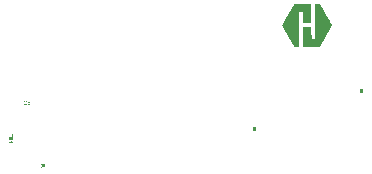
<source format=gbr>
%FSTAX23Y23*%
%MOIN*%
%SFA1B1*%

%IPPOS*%
%ADD10C,0.006000*%
%ADD11C,0.007874*%
%ADD12C,0.003937*%
%ADD13C,0.009843*%
%ADD14C,0.004724*%
%ADD15C,0.005000*%
%ADD16C,0.003150*%
%ADD17C,0.010000*%
%ADD18C,0.002500*%
%ADD19C,0.003000*%
G36*
X00613Y00497D02*
Y00497D01*
Y00496*
Y00495*
Y00495*
Y00494*
Y00494*
Y00493*
Y00492*
Y00492*
Y00491*
Y00491*
Y0049*
Y00489*
Y00489*
Y00488*
Y00488*
Y00487*
Y00486*
Y00486*
Y00485*
Y00485*
Y00484*
Y00483*
Y00483*
Y00482*
Y00482*
Y00481*
Y0048*
Y0048*
Y00479*
Y00479*
Y00478*
Y00477*
Y00477*
Y00476*
Y00476*
Y00475*
Y00474*
Y00474*
Y00473*
Y00473*
Y00472*
Y00471*
Y00471*
Y0047*
Y0047*
Y00469*
Y00468*
Y00468*
Y00467*
Y00467*
Y00466*
Y00465*
Y00465*
Y00464*
Y00464*
Y00463*
Y00462*
Y00462*
Y00461*
Y00461*
Y0046*
Y00459*
Y00459*
Y00458*
Y00458*
Y00457*
Y00456*
Y00456*
Y00455*
Y00455*
Y00454*
Y00453*
Y00453*
Y00452*
Y00452*
Y00451*
Y0045*
Y0045*
Y00449*
Y00449*
Y00448*
Y00447*
Y00447*
Y00446*
Y00446*
Y00445*
Y00444*
Y00444*
Y00443*
Y00443*
Y00442*
Y00441*
Y00441*
Y0044*
Y0044*
Y00439*
Y00438*
Y00438*
Y00437*
Y00437*
Y00436*
Y00435*
Y00435*
Y00434*
Y00434*
Y00433*
Y00432*
X00585*
Y00433*
X00585*
Y00434*
Y00434*
Y00435*
Y00435*
Y00436*
Y00437*
Y00437*
Y00438*
Y00438*
Y00439*
Y0044*
Y0044*
Y00441*
Y00441*
Y00442*
Y00443*
Y00443*
Y00444*
Y00444*
Y00445*
Y00446*
Y00446*
Y00447*
Y00447*
Y00448*
Y00449*
Y00449*
Y0045*
Y0045*
Y00451*
Y00452*
Y00452*
Y00453*
Y00453*
Y00454*
Y00455*
Y00455*
Y00456*
Y00456*
Y00457*
Y00458*
Y00458*
Y00459*
Y00459*
Y0046*
Y00461*
Y00461*
Y00462*
Y00462*
Y00463*
Y00464*
Y00464*
Y00465*
Y00465*
Y00466*
Y00467*
Y00467*
X00584*
Y00468*
Y00468*
X00584*
Y00469*
X00583*
Y0047*
X00582*
Y0047*
X00581*
Y00471*
X00579*
Y00471*
X00578*
Y00471*
X00576*
Y0047*
X00575*
Y0047*
X00574*
Y00469*
X00573*
Y00468*
X00573*
Y00468*
Y00467*
X00572*
Y00467*
Y00466*
Y00465*
Y00465*
Y00464*
Y00464*
Y00463*
Y00462*
Y00462*
Y00461*
Y00461*
Y0046*
Y00459*
Y00459*
Y00458*
Y00458*
Y00457*
Y00456*
Y00456*
Y00455*
Y00455*
Y00454*
Y00453*
Y00453*
Y00452*
X00572*
Y00452*
Y00451*
Y0045*
Y0045*
Y00449*
Y00449*
Y00448*
Y00447*
Y00447*
Y00446*
Y00446*
Y00445*
Y00444*
Y00444*
Y00443*
Y00443*
Y00442*
Y00441*
Y00441*
Y0044*
Y0044*
Y00439*
Y00438*
Y00438*
Y00437*
Y00437*
Y00436*
Y00435*
Y00435*
Y00434*
Y00434*
Y00433*
Y00432*
Y00432*
Y00431*
Y00431*
Y0043*
Y00429*
Y00429*
Y00428*
Y00428*
Y00427*
Y00426*
Y00426*
Y00425*
Y00425*
Y00424*
Y00423*
Y00423*
Y00422*
Y00422*
Y00421*
Y0042*
Y0042*
Y00419*
Y00419*
Y00418*
Y00417*
Y00417*
Y00416*
Y00416*
Y00415*
X00572*
Y00414*
Y00414*
Y00413*
Y00413*
Y00412*
Y00411*
Y00411*
Y0041*
Y0041*
Y00409*
Y00408*
Y00408*
Y00407*
Y00407*
Y00406*
Y00405*
Y00405*
Y00404*
Y00404*
Y00403*
Y00402*
Y00402*
Y00401*
Y00401*
Y004*
Y00399*
Y00399*
Y00398*
Y00398*
Y00397*
Y00396*
Y00396*
Y00395*
Y00395*
Y00394*
Y00393*
Y00393*
Y00392*
Y00392*
Y00391*
Y0039*
Y0039*
Y00389*
Y00389*
Y00388*
Y00387*
Y00387*
Y00386*
Y00386*
Y00385*
Y00384*
Y00384*
Y00383*
Y00383*
Y00382*
Y00381*
Y00381*
Y0038*
Y0038*
Y00379*
Y00378*
Y00378*
Y00377*
Y00377*
Y00376*
Y00375*
Y00375*
Y00374*
Y00374*
Y00373*
Y00372*
Y00372*
Y00371*
Y00371*
Y0037*
Y00369*
Y00369*
Y00368*
Y00368*
Y00367*
Y00366*
Y00366*
Y00365*
Y00365*
Y00364*
Y00363*
Y00363*
Y00362*
Y00362*
Y00361*
Y0036*
Y0036*
Y00359*
Y00359*
Y00358*
Y00357*
Y00357*
Y00356*
Y00356*
Y00355*
Y00354*
Y00354*
Y00353*
X00572*
Y00353*
X00561*
Y00353*
X00559*
Y00354*
X00558*
Y00354*
X00557*
Y00355*
X00557*
Y00356*
X00555*
Y00356*
Y00357*
X00555*
Y00357*
X00554*
Y00358*
Y00359*
X00554*
Y00359*
X00553*
Y0036*
Y0036*
X00552*
Y00361*
Y00362*
X00552*
Y00362*
Y00363*
X00551*
Y00363*
X00551*
Y00364*
Y00365*
X0055*
Y00365*
Y00366*
X00549*
Y00366*
X00549*
Y00367*
Y00368*
X00548*
Y00368*
Y00369*
X00548*
Y00369*
Y0037*
X00547*
Y00371*
X00546*
Y00371*
Y00372*
X00546*
Y00372*
Y00373*
X00545*
Y00374*
Y00374*
X00545*
Y00375*
X00544*
Y00375*
Y00376*
X00543*
Y00377*
Y00377*
X00543*
Y00378*
Y00378*
X00542*
Y00379*
X00542*
Y0038*
Y0038*
X00541*
Y00381*
Y00381*
X0054*
Y00382*
X0054*
Y00383*
Y00383*
X00539*
Y00384*
Y00384*
X00539*
Y00385*
Y00386*
X00538*
Y00386*
X00537*
Y00387*
Y00387*
X00537*
Y00388*
Y00389*
X00536*
Y00389*
Y0039*
X00536*
Y0039*
X00535*
Y00391*
Y00392*
X00534*
Y00392*
Y00393*
X00534*
Y00393*
Y00394*
X00533*
Y00395*
X00533*
Y00395*
Y00396*
X00532*
Y00396*
Y00397*
X00531*
Y00398*
Y00398*
X00531*
Y00399*
X0053*
Y00399*
Y004*
X0053*
Y00401*
Y00401*
X00529*
Y00402*
Y00402*
X00528*
Y00403*
X00528*
Y00404*
Y00404*
X00527*
Y00405*
Y00405*
X00527*
Y00406*
X00526*
Y00407*
Y00407*
X00525*
Y00408*
Y00408*
X00525*
Y00409*
Y0041*
X00524*
Y0041*
X00524*
Y00411*
Y00411*
X00523*
Y00412*
Y00413*
X00522*
Y00413*
Y00414*
X00522*
Y00414*
X00521*
Y00415*
Y00416*
X00521*
Y00416*
Y00417*
X0052*
Y00417*
Y00418*
X00519*
Y00419*
X00519*
Y00419*
Y0042*
X00518*
Y0042*
Y00421*
X00518*
Y00422*
Y00422*
X00517*
Y00423*
Y00423*
Y00424*
Y00425*
Y00425*
Y00426*
Y00426*
Y00427*
Y00428*
Y00428*
X00518*
Y00429*
Y00429*
Y0043*
X00518*
Y00431*
Y00431*
X00519*
Y00432*
X00519*
Y00432*
Y00433*
X0052*
Y00434*
Y00434*
X00521*
Y00435*
Y00435*
X00521*
Y00436*
X00522*
Y00437*
Y00437*
X00522*
Y00438*
Y00438*
X00523*
Y00439*
X00524*
Y0044*
Y0044*
X00524*
Y00441*
Y00441*
X00525*
Y00442*
Y00443*
X00525*
Y00443*
X00526*
Y00444*
Y00444*
X00527*
Y00445*
Y00446*
X00527*
Y00446*
Y00447*
X00528*
Y00447*
X00528*
Y00448*
Y00449*
X00529*
Y00449*
X0053*
Y0045*
Y0045*
X0053*
Y00451*
Y00452*
X00531*
Y00452*
Y00453*
X00531*
Y00453*
X00532*
Y00454*
Y00455*
X00533*
Y00455*
Y00456*
X00533*
Y00456*
Y00457*
X00534*
Y00458*
X00534*
Y00458*
Y00459*
X00535*
Y00459*
Y0046*
X00536*
Y00461*
Y00461*
X00536*
Y00462*
X00537*
Y00462*
Y00463*
X00537*
Y00464*
Y00464*
X00538*
Y00465*
X00539*
Y00465*
Y00466*
X00539*
Y00467*
Y00467*
X0054*
Y00468*
Y00468*
X0054*
Y00469*
X00541*
Y0047*
Y0047*
X00542*
Y00471*
Y00471*
X00542*
Y00472*
Y00473*
X00543*
Y00473*
X00543*
Y00474*
Y00474*
X00544*
Y00475*
Y00476*
X00545*
Y00476*
Y00477*
X00545*
Y00477*
X00546*
Y00478*
Y00479*
X00546*
Y00479*
Y0048*
X00547*
Y0048*
X00548*
Y00481*
Y00482*
X00548*
Y00482*
Y00483*
X00549*
Y00483*
Y00484*
X00549*
Y00485*
X0055*
Y00485*
Y00486*
X00551*
Y00486*
Y00487*
X00551*
Y00488*
Y00488*
X00552*
Y00489*
X00552*
Y00489*
Y0049*
X00553*
Y00491*
Y00491*
X00554*
Y00492*
Y00492*
X00554*
Y00493*
X00555*
Y00494*
Y00494*
X00555*
Y00495*
X00556*
Y00495*
X00557*
Y00496*
X00558*
Y00497*
X00559*
Y00497*
X0056*
Y00498*
X00613*
Y00497*
G37*
G36*
X00638D02*
X00639D01*
Y00497*
X00641*
Y00496*
X00641*
Y00495*
X00642*
Y00495*
X00642*
Y00494*
X00643*
Y00494*
X00644*
Y00493*
X00644*
Y00492*
Y00492*
X00645*
Y00491*
Y00491*
X00645*
Y0049*
Y00489*
X00646*
Y00489*
X00647*
Y00488*
Y00488*
X00647*
Y00487*
Y00486*
X00648*
Y00486*
X00648*
Y00485*
Y00485*
X00649*
Y00484*
Y00483*
X0065*
Y00483*
Y00482*
X0065*
Y00482*
X00651*
Y00481*
Y0048*
X00651*
Y0048*
Y00479*
X00652*
Y00479*
Y00478*
X00653*
Y00477*
X00653*
Y00477*
Y00476*
X00654*
Y00476*
Y00475*
X00654*
Y00474*
Y00474*
X00655*
Y00473*
X00656*
Y00473*
Y00472*
X00656*
Y00471*
Y00471*
X00657*
Y0047*
X00657*
Y0047*
Y00469*
X00658*
Y00468*
Y00468*
X00659*
Y00467*
Y00467*
X00659*
Y00466*
X0066*
Y00465*
Y00465*
X0066*
Y00464*
Y00464*
X00661*
Y00463*
Y00462*
X00662*
Y00462*
X00662*
Y00461*
Y00461*
X00663*
Y0046*
Y00459*
X00663*
Y00459*
Y00458*
X00664*
Y00458*
X00665*
Y00457*
Y00456*
X00665*
Y00456*
Y00455*
X00666*
Y00455*
X00666*
Y00454*
Y00453*
X00667*
Y00453*
Y00452*
X00668*
Y00452*
Y00451*
X00668*
Y0045*
X00669*
Y0045*
Y00449*
X00669*
Y00449*
Y00448*
X0067*
Y00447*
Y00447*
X00671*
Y00446*
X00671*
Y00446*
Y00445*
X00672*
Y00444*
Y00444*
X00672*
Y00443*
Y00443*
X00673*
Y00442*
X00674*
Y00441*
Y00441*
X00674*
Y0044*
Y0044*
X00675*
Y00439*
X00675*
Y00438*
Y00438*
X00676*
Y00437*
Y00437*
X00677*
Y00436*
Y00435*
X00677*
Y00435*
X00678*
Y00434*
Y00434*
X00678*
Y00433*
Y00432*
X00679*
Y00432*
Y00431*
X0068*
Y00431*
X0068*
Y0043*
Y00429*
X00681*
Y00429*
Y00428*
Y00428*
Y00427*
X00681*
Y00426*
Y00426*
Y00425*
Y00425*
Y00424*
X00681*
Y00423*
Y00423*
Y00422*
Y00422*
X0068*
Y00421*
Y0042*
X0068*
Y0042*
Y00419*
X00679*
Y00419*
Y00418*
X00678*
Y00417*
X00678*
Y00417*
Y00416*
X00677*
Y00416*
Y00415*
X00677*
Y00414*
X00676*
Y00414*
Y00413*
X00675*
Y00413*
Y00412*
X00675*
Y00411*
Y00411*
X00674*
Y0041*
X00674*
Y0041*
Y00409*
X00673*
Y00408*
Y00408*
X00672*
Y00407*
Y00407*
X00672*
Y00406*
X00671*
Y00405*
Y00405*
X00671*
Y00404*
Y00404*
X0067*
Y00403*
X00669*
Y00402*
Y00402*
X00669*
Y00401*
Y00401*
X00668*
Y004*
Y00399*
X00668*
Y00399*
X00667*
Y00398*
Y00398*
X00666*
Y00397*
Y00396*
X00666*
Y00396*
Y00395*
X00665*
Y00395*
X00665*
Y00394*
Y00393*
X00664*
Y00393*
Y00392*
X00663*
Y00392*
X00663*
Y00391*
Y0039*
X00662*
Y0039*
Y00389*
X00662*
Y00389*
Y00388*
X00661*
Y00387*
X0066*
Y00387*
Y00386*
X0066*
Y00386*
Y00385*
X00659*
Y00384*
Y00384*
X00659*
Y00383*
Y00383*
X00658*
Y00382*
Y00381*
X00657*
Y00381*
X00657*
Y0038*
Y0038*
X00656*
Y00379*
Y00378*
X00656*
Y00378*
X00655*
Y00377*
Y00377*
X00654*
Y00376*
Y00375*
X00654*
Y00375*
Y00374*
X00653*
Y00374*
X00653*
Y00373*
Y00372*
X00652*
Y00372*
Y00371*
X00651*
Y00371*
Y0037*
X00651*
Y00369*
X0065*
Y00369*
Y00368*
X0065*
Y00368*
Y00367*
X00649*
Y00366*
Y00366*
X00648*
Y00365*
X00648*
Y00365*
Y00364*
X00647*
Y00363*
Y00363*
X00647*
Y00362*
Y00362*
X00646*
Y00361*
X00645*
Y0036*
Y0036*
X00645*
Y00359*
Y00359*
X00644*
Y00358*
X00644*
Y00357*
Y00357*
X00643*
Y00356*
X00642*
Y00356*
X00642*
Y00355*
X00641*
Y00354*
X0064*
Y00354*
X00639*
Y00353*
X00637*
Y00353*
X00585*
Y00353*
X00585*
Y00354*
Y00354*
Y00355*
Y00356*
Y00356*
Y00357*
Y00357*
Y00358*
Y00359*
Y00359*
Y0036*
Y0036*
Y00361*
Y00362*
Y00362*
Y00363*
Y00363*
Y00364*
Y00365*
Y00365*
Y00366*
Y00366*
Y00367*
Y00368*
Y00368*
Y00369*
Y00369*
Y0037*
Y00371*
Y00371*
Y00372*
Y00372*
Y00373*
Y00374*
Y00374*
Y00375*
Y00375*
Y00376*
Y00377*
Y00377*
Y00378*
Y00378*
Y00379*
Y0038*
Y0038*
Y00381*
Y00381*
Y00382*
Y00383*
Y00383*
Y00384*
Y00384*
Y00385*
Y00386*
Y00386*
Y00387*
Y00387*
Y00388*
Y00389*
Y00389*
Y0039*
Y0039*
Y00391*
Y00392*
Y00392*
Y00393*
Y00393*
Y00394*
Y00395*
Y00395*
Y00396*
Y00396*
Y00397*
Y00398*
Y00398*
Y00399*
Y00399*
Y004*
Y00401*
Y00401*
Y00402*
Y00402*
Y00403*
Y00404*
Y00404*
Y00405*
Y00405*
Y00406*
Y00407*
Y00407*
Y00408*
Y00408*
Y00409*
Y0041*
Y0041*
Y00411*
Y00411*
Y00412*
Y00413*
Y00413*
Y00414*
Y00414*
Y00415*
Y00416*
Y00416*
Y00417*
Y00417*
Y00418*
X00585*
Y00419*
X00613*
Y00418*
Y00417*
Y00417*
Y00416*
Y00416*
Y00415*
Y00414*
Y00414*
Y00413*
Y00413*
Y00412*
Y00411*
Y00411*
Y0041*
Y0041*
Y00409*
Y00408*
Y00408*
Y00407*
Y00407*
Y00406*
Y00405*
Y00405*
Y00404*
Y00404*
Y00403*
Y00402*
Y00402*
Y00401*
Y00401*
Y004*
Y00399*
Y00399*
Y00398*
Y00398*
Y00397*
Y00396*
Y00396*
Y00395*
Y00395*
X00614*
Y00394*
Y00393*
Y00393*
Y00392*
Y00392*
Y00391*
Y0039*
Y0039*
Y00389*
Y00389*
Y00388*
Y00387*
Y00387*
Y00386*
Y00386*
Y00385*
Y00384*
Y00384*
Y00383*
X00614*
Y00383*
X00615*
Y00382*
Y00381*
X00616*
Y00381*
X00617*
Y0038*
X00618*
Y0038*
X00621*
Y0038*
X00623*
Y00381*
X00624*
Y00381*
X00624*
Y00382*
X00625*
Y00383*
X00626*
Y00383*
Y00384*
Y00384*
X00626*
Y00385*
Y00386*
Y00386*
Y00387*
Y00387*
Y00388*
Y00389*
Y00389*
Y0039*
Y0039*
Y00391*
Y00392*
Y00392*
Y00393*
Y00393*
Y00394*
Y00395*
Y00395*
Y00396*
Y00396*
Y00397*
Y00398*
Y00398*
Y00399*
Y00399*
Y004*
Y00401*
Y00401*
Y00402*
Y00402*
Y00403*
Y00404*
Y00404*
Y00405*
Y00405*
Y00406*
Y00407*
Y00407*
Y00408*
Y00408*
Y00409*
Y0041*
Y0041*
Y00411*
Y00411*
Y00412*
Y00413*
Y00413*
Y00414*
Y00414*
Y00415*
Y00416*
Y00416*
Y00417*
Y00417*
Y00418*
Y00419*
Y00419*
Y0042*
Y0042*
Y00421*
Y00422*
Y00422*
Y00423*
Y00423*
Y00424*
Y00425*
Y00425*
Y00426*
Y00426*
Y00427*
Y00428*
Y00428*
Y00429*
Y00429*
Y0043*
Y00431*
Y00431*
Y00432*
Y00432*
Y00433*
Y00434*
Y00434*
Y00435*
Y00435*
Y00436*
Y00437*
Y00437*
Y00438*
Y00438*
Y00439*
Y0044*
Y0044*
Y00441*
Y00441*
Y00442*
Y00443*
Y00443*
Y00444*
Y00444*
Y00445*
Y00446*
Y00446*
Y00447*
Y00447*
Y00448*
Y00449*
Y00449*
Y0045*
Y0045*
Y00451*
Y00452*
Y00452*
Y00453*
Y00453*
Y00454*
Y00455*
Y00455*
Y00456*
Y00456*
Y00457*
Y00458*
Y00458*
Y00459*
Y00459*
Y0046*
Y00461*
Y00461*
Y00462*
Y00462*
Y00463*
Y00464*
Y00464*
Y00465*
Y00465*
Y00466*
Y00467*
Y00467*
Y00468*
Y00468*
Y00469*
Y0047*
Y0047*
Y00471*
Y00471*
Y00472*
Y00473*
Y00473*
Y00474*
Y00474*
Y00475*
Y00476*
Y00476*
Y00477*
Y00477*
Y00478*
Y00479*
Y00479*
Y0048*
Y0048*
Y00481*
Y00482*
Y00482*
Y00483*
Y00483*
Y00484*
Y00485*
Y00485*
Y00486*
Y00486*
Y00487*
Y00488*
Y00488*
Y00489*
Y00489*
Y0049*
Y00491*
Y00491*
Y00492*
Y00492*
Y00493*
Y00494*
Y00494*
Y00495*
Y00495*
Y00496*
Y00497*
Y00497*
Y00498*
X00638*
Y00497*
G37*
G36*
X00785Y00199D02*
X00775D01*
Y00214*
X00785*
Y00199*
G37*
G36*
X00428Y00072D02*
X00418D01*
Y00087*
X00428*
Y00072*
G37*
G36*
X-00276Y-00044D02*
X-00276Y-00044D01*
X-00276Y-00044*
X-00276Y-00045*
X-00276Y-00045*
X-00276Y-00045*
X-00276Y-00046*
X-00276Y-00046*
X-00276Y-00046*
X-00276Y-00046*
X-00277Y-00046*
Y-00046*
X-00277Y-00046*
X-00277Y-00046*
X-00277Y-00047*
X-00277Y-00047*
X-00277Y-00047*
X-00277Y-00047*
X-00277Y-00047*
X-00277Y-00047*
X-00277Y-00047*
X-00277Y-00047*
X-00277Y-00048*
X-00278Y-00048*
X-00278Y-00048*
X-00278Y-00048*
X-00278Y-00048*
X-00278Y-00048*
X-00278Y-00048*
X-00278Y-00048*
X-00278Y-00048*
X-00278Y-00048*
X-00278Y-00048*
X-00278Y-00048*
X-00279Y-00048*
X-00279Y-00048*
X-00279Y-00048*
X-00279Y-00048*
X-0028Y-00048*
X-0028*
X-0028*
X-0028*
X-0028Y-00048*
X-0028Y-00048*
X-0028Y-00048*
X-0028Y-00048*
X-0028Y-00048*
X-00281Y-00048*
X-00281Y-00048*
X-00281Y-00048*
X-00281Y-00048*
X-00281Y-00048*
X-00282Y-00048*
X-00282Y-00048*
X-00282Y-00047*
X-00282Y-00047*
X-00282Y-00047*
X-00282Y-00047*
X-00282Y-00047*
X-00282Y-00047*
X-00282Y-00047*
X-00282Y-00047*
X-00282Y-00047*
X-00283Y-00047*
X-00283Y-00046*
X-00283Y-00046*
X-00283Y-00046*
X-00283Y-00046*
X-00283Y-00045*
X-00283Y-00045*
X-00283Y-00045*
Y-00045*
X-00283Y-00045*
X-00283Y-00045*
X-00283Y-00045*
X-00283Y-00045*
X-00283Y-00045*
X-00283Y-00045*
X-00284Y-00045*
X-00284Y-00046*
X-00284Y-00046*
X-00284Y-00046*
X-00284Y-00046*
X-00284Y-00046*
X-00284Y-00046*
X-00284Y-00046*
X-00284Y-00046*
X-00284Y-00046*
X-00284Y-00046*
X-00284Y-00046*
X-00284Y-00046*
X-00285Y-00047*
X-00285Y-00047*
X-00285Y-00047*
X-00289Y-00049*
Y-00047*
X-00286Y-00046*
X-00286Y-00046*
X-00286Y-00046*
X-00286Y-00046*
X-00286Y-00045*
X-00286Y-00045*
X-00286Y-00045*
X-00286Y-00045*
X-00286Y-00045*
X-00285Y-00045*
X-00285Y-00045*
X-00285Y-00045*
X-00285Y-00044*
X-00285Y-00044*
X-00285*
X-00285Y-00044*
X-00284Y-00044*
X-00284Y-00044*
X-00284Y-00044*
X-00284Y-00044*
X-00284Y-00044*
X-00284Y-00044*
X-00284Y-00044*
X-00284Y-00043*
X-00284Y-00043*
X-00284Y-00043*
X-00284Y-00043*
X-00284Y-00043*
X-00284Y-00043*
X-00283Y-00043*
X-00283Y-00043*
X-00283Y-00043*
Y-00043*
X-00283Y-00043*
X-00283Y-00043*
X-00283Y-00043*
X-00283Y-00042*
X-00283Y-00042*
X-00283Y-00042*
Y-0004*
X-00289*
Y-00038*
X-00276*
Y-00044*
G37*
G36*
X-00279Y-00052D02*
X-00279Y-00052D01*
X-00279Y-00052*
X-00279Y-00052*
X-00279Y-00052*
X-00279Y-00052*
X-00279Y-00052*
X-00279Y-00052*
X-00279Y-00053*
X-00279Y-00053*
X-00278Y-00053*
X-00278Y-00053*
X-00278Y-00054*
X-00278Y-00054*
X-00278Y-00054*
X-00278Y-00054*
X-00278Y-00054*
X-00278Y-00054*
X-00278Y-00054*
X-00277Y-00054*
X-00277Y-00054*
X-00277Y-00055*
X-00277Y-00055*
X-00276Y-00055*
X-00276Y-00055*
X-00276Y-00055*
Y-00056*
X-00289*
Y-00055*
X-00279*
X-00279Y-00055*
X-00279Y-00055*
X-00279Y-00055*
X-00279Y-00055*
X-00279Y-00055*
X-00279Y-00054*
X-00279Y-00054*
X-00279Y-00054*
X-00279Y-00054*
X-0028Y-00054*
X-0028Y-00054*
X-0028Y-00053*
X-0028Y-00053*
X-0028Y-00053*
X-0028Y-00053*
X-0028Y-00053*
X-0028Y-00053*
X-0028Y-00053*
X-0028Y-00053*
X-0028Y-00053*
X-0028Y-00052*
X-00281Y-00052*
X-00281Y-00052*
X-00281Y-00052*
X-00279*
X-00279Y-00052*
G37*
G36*
X-00382Y00073D02*
X-00393D01*
Y00067*
X-00395*
Y00075*
X-00382*
Y00073*
G37*
G36*
Y00055D02*
X-00384D01*
Y00063*
X-00388*
Y00056*
X-00389*
Y00063*
X-00393*
Y00055*
X-00395*
Y00065*
X-00382*
Y00055*
G37*
G36*
Y00048D02*
X-00382Y00048D01*
Y00048*
X-00382Y00047*
X-00382Y00047*
X-00382Y00047*
X-00382Y00046*
X-00382Y00046*
X-00382Y00046*
Y00046*
X-00382Y00046*
X-00382Y00046*
X-00382Y00046*
X-00382Y00046*
X-00382Y00046*
X-00382Y00045*
X-00383Y00045*
X-00383Y00045*
X-00383Y00045*
X-00383Y00044*
X-00383Y00044*
X-00383Y00044*
X-00383Y00044*
X-00383Y00044*
X-00383Y00044*
X-00383Y00044*
X-00384Y00044*
X-00384Y00044*
X-00384Y00044*
X-00384Y00043*
X-00384Y00043*
X-00384Y00043*
X-00385Y00043*
X-00385Y00043*
X-00385Y00043*
X-00385Y00043*
X-00385Y00043*
X-00385Y00043*
X-00385Y00043*
X-00386Y00043*
X-00386Y00042*
X-00386Y00042*
X-00386Y00042*
X-00386Y00042*
X-00386Y00042*
X-00387Y00042*
X-00387Y00042*
X-00387Y00042*
X-00387Y00042*
X-00388Y00042*
X-00388Y00042*
X-00388Y00042*
X-00388*
X-00388*
X-00389*
X-00389*
X-00389*
X-00389Y00042*
X-00389Y00042*
X-00389Y00042*
X-00389Y00042*
X-0039Y00042*
X-0039Y00042*
X-0039Y00042*
X-00391Y00042*
X-00391Y00042*
X-00391*
X-00391Y00042*
X-00391Y00042*
X-00391Y00042*
X-00391Y00042*
X-00391Y00043*
X-00392Y00043*
X-00392Y00043*
X-00392Y00043*
X-00392Y00043*
X-00393Y00043*
X-00393Y00043*
X-00393Y00043*
X-00393Y00043*
X-00393Y00043*
X-00393Y00043*
X-00393Y00043*
X-00393Y00044*
X-00394Y00044*
X-00394Y00044*
X-00394Y00044*
X-00394Y00044*
Y00044*
X-00394Y00044*
X-00394Y00045*
X-00394Y00045*
X-00394Y00045*
X-00394Y00045*
X-00394Y00045*
X-00394Y00045*
X-00394Y00045*
X-00395Y00045*
X-00395Y00046*
X-00395Y00046*
Y00046*
X-00395Y00046*
X-00395Y00046*
X-00395Y00046*
X-00395Y00046*
X-00395Y00046*
X-00395Y00046*
X-00395Y00047*
X-00395Y00047*
X-00395Y00047*
X-00395Y00047*
X-00395Y00047*
X-00395Y00048*
X-00395Y00048*
Y00053*
X-00382*
Y00048*
G37*
G36*
X-00385Y00039D02*
X-00385Y00039D01*
X-00385Y00039*
X-00385Y00039*
X-00385Y00039*
X-00385Y00039*
X-00385Y00039*
X-00385Y00038*
X-00385Y00038*
X-00385Y00038*
X-00384Y00038*
X-00384Y00037*
X-00384Y00037*
X-00384Y00037*
X-00384Y00037*
X-00384Y00037*
X-00384Y00037*
X-00384Y00037*
X-00383Y00037*
X-00383Y00036*
X-00383Y00036*
X-00383Y00036*
X-00383Y00036*
X-00382Y00036*
X-00382Y00036*
X-00382Y00035*
Y00034*
X-00395*
Y00036*
X-00385*
X-00385Y00036*
X-00385Y00036*
X-00385Y00036*
X-00385Y00036*
X-00385Y00036*
X-00385Y00036*
X-00385Y00036*
X-00385Y00036*
X-00385Y00037*
X-00386Y00037*
X-00386Y00037*
X-00386Y00038*
X-00386Y00038*
X-00386Y00038*
X-00386Y00038*
X-00386Y00038*
X-00386Y00038*
X-00386Y00038*
X-00386Y00038*
X-00386Y00038*
X-00386Y00038*
X-00387Y00039*
X-00387Y00039*
X-00387Y00039*
X-00385*
X-00385Y00039*
G37*
G36*
X-00339Y00174D02*
X-00339D01*
X-00339Y00173*
X-00339Y00173*
X-00339Y00173*
X-00338Y00173*
X-00338Y00173*
X-00338Y00173*
X-00338Y00173*
X-00337Y00173*
X-00337Y00173*
X-00337Y00173*
X-00337Y00173*
X-00336Y00173*
X-00336Y00173*
X-00336Y00172*
X-00336Y00172*
X-00336Y00172*
X-00336Y00172*
X-00336Y00172*
X-00336Y00172*
X-00336Y00172*
X-00335Y00172*
X-00335Y00171*
X-00335Y00171*
X-00335Y00171*
X-00335Y00171*
X-00335Y0017*
X-00335Y0017*
X-00334Y0017*
X-00336Y00169*
Y00169*
X-00336Y00169*
X-00336Y0017*
X-00336Y0017*
X-00336Y0017*
X-00336Y0017*
X-00336Y0017*
X-00336Y0017*
X-00337Y0017*
X-00337Y00171*
X-00337Y00171*
X-00337Y00171*
X-00337Y00171*
X-00337Y00171*
X-00337Y00171*
X-00337Y00171*
X-00337Y00171*
X-00338Y00172*
X-00338Y00172*
X-00338Y00172*
X-00338Y00172*
X-00338Y00172*
X-00338Y00172*
X-00338Y00172*
X-00338Y00172*
X-00339Y00172*
X-00339Y00172*
X-00339Y00172*
X-00339Y00172*
X-0034Y00172*
X-0034*
X-0034Y00172*
X-0034Y00172*
X-0034Y00172*
X-0034Y00172*
X-0034Y00172*
X-00341Y00172*
X-00341Y00172*
X-00341Y00172*
X-00341Y00172*
X-00341Y00172*
X-00342Y00172*
X-00342Y00171*
X-00342Y00171*
X-00342Y00171*
X-00342Y00171*
X-00342Y00171*
X-00342Y00171*
X-00342Y00171*
X-00342Y00171*
X-00342Y00171*
X-00343Y00171*
X-00343Y00171*
X-00343Y00171*
X-00343Y0017*
X-00343Y0017*
X-00343Y0017*
X-00343Y0017*
X-00343Y0017*
X-00343Y00169*
Y00169*
X-00343Y00169*
X-00343Y00169*
X-00343Y00169*
X-00343Y00169*
X-00343Y00169*
X-00344Y00169*
X-00344Y00169*
X-00344Y00169*
X-00344Y00168*
X-00344Y00168*
X-00344Y00168*
X-00344Y00167*
X-00344Y00167*
Y00167*
Y00167*
Y00167*
X-00344Y00167*
Y00167*
X-00344Y00166*
X-00344Y00166*
X-00344Y00166*
X-00344Y00166*
X-00344Y00166*
X-00344Y00165*
X-00343Y00165*
X-00343Y00164*
X-00343Y00164*
X-00343Y00164*
X-00343Y00164*
X-00343Y00164*
X-00343Y00164*
X-00343Y00164*
X-00343Y00164*
X-00343Y00163*
X-00343Y00163*
X-00343Y00163*
X-00343Y00163*
X-00342Y00163*
X-00342Y00163*
X-00342Y00163*
X-00342Y00162*
X-00342Y00162*
X-00342Y00162*
X-00342Y00162*
X-00342Y00162*
X-00342Y00162*
X-00342Y00162*
X-00341Y00162*
X-00341Y00162*
X-00341Y00162*
X-00341Y00162*
X-00341Y00162*
X-00341Y00162*
X-0034Y00162*
X-0034Y00162*
X-0034Y00162*
X-0034Y00162*
X-0034*
X-0034Y00162*
X-00339*
X-00339Y00162*
X-00339Y00162*
X-00339Y00162*
X-00339Y00162*
X-00339Y00162*
X-00338Y00162*
X-00338Y00162*
X-00338Y00162*
X-00338Y00162*
X-00338Y00162*
X-00337Y00162*
X-00337Y00163*
X-00337Y00163*
X-00337Y00163*
X-00337Y00163*
X-00337Y00163*
X-00337Y00163*
X-00337Y00163*
X-00337Y00163*
X-00337Y00163*
X-00337Y00163*
X-00336Y00164*
X-00336Y00164*
X-00336Y00164*
X-00336Y00164*
X-00336Y00164*
X-00336Y00165*
X-00336Y00165*
X-00334Y00165*
Y00165*
X-00334Y00165*
Y00165*
X-00334Y00164*
X-00334Y00164*
X-00334Y00164*
X-00334Y00164*
X-00334Y00164*
X-00335Y00164*
X-00335Y00163*
X-00335Y00163*
X-00335Y00163*
X-00335Y00163*
X-00335Y00162*
X-00335Y00162*
X-00336Y00162*
X-00336Y00162*
X-00336Y00161*
X-00336Y00161*
X-00336Y00161*
X-00336Y00161*
X-00336Y00161*
X-00336Y00161*
X-00337Y00161*
X-00337Y00161*
X-00337Y00161*
X-00337Y00161*
X-00338Y00161*
X-00338Y00161*
X-00338Y0016*
X-00338Y0016*
X-00339Y0016*
X-00339Y0016*
X-00339Y0016*
X-0034*
X-0034Y0016*
X-0034*
X-0034Y0016*
X-0034Y0016*
X-0034Y0016*
X-00341Y0016*
X-00341Y0016*
X-00341Y0016*
X-00342Y00161*
X-00342Y00161*
X-00342Y00161*
X-00342Y00161*
X-00343Y00161*
X-00343Y00161*
X-00343Y00161*
X-00343Y00161*
X-00343Y00161*
X-00343Y00161*
X-00343Y00161*
X-00343Y00161*
X-00343Y00162*
X-00344Y00162*
X-00344Y00162*
X-00344Y00162*
X-00344Y00162*
X-00344Y00163*
X-00344Y00163*
X-00345Y00163*
X-00345Y00163*
X-00345Y00164*
X-00345Y00164*
X-00345Y00164*
X-00345Y00164*
X-00345Y00164*
X-00345Y00164*
X-00345Y00164*
X-00345Y00164*
X-00345Y00165*
X-00345Y00165*
X-00345Y00165*
X-00345Y00165*
X-00345Y00166*
X-00345Y00166*
X-00345Y00166*
X-00345Y00167*
X-00346Y00167*
Y00167*
Y00167*
Y00167*
Y00167*
X-00345Y00167*
X-00345Y00168*
X-00345Y00168*
X-00345Y00168*
X-00345Y00168*
X-00345Y00168*
X-00345Y00169*
X-00345Y00169*
X-00345Y00169*
X-00345Y0017*
X-00345Y0017*
X-00345Y0017*
X-00345Y0017*
X-00345Y0017*
X-00345Y00171*
X-00345Y00171*
X-00345Y00171*
X-00345Y00171*
X-00344Y00171*
X-00344Y00171*
X-00344Y00171*
X-00344Y00171*
X-00344Y00172*
X-00344Y00172*
X-00344Y00172*
X-00343Y00172*
X-00343Y00172*
X-00343Y00173*
X-00343Y00173*
X-00343Y00173*
X-00343Y00173*
X-00342Y00173*
X-00342Y00173*
X-00342Y00173*
X-00342Y00173*
X-00342Y00173*
X-00342Y00173*
X-00341Y00173*
X-00341Y00173*
X-00341Y00173*
X-00341Y00173*
X-0034Y00173*
X-0034Y00173*
X-0034Y00174*
X-00339Y00174*
X-00339*
X-00339Y00174*
G37*
G36*
X-00325Y00172D02*
X-0033D01*
X-00331Y00168*
X-00331Y00168*
X-00331Y00168*
X-00331Y00168*
X-0033Y00168*
X-0033Y00168*
X-0033Y00168*
X-0033Y00169*
X-0033Y00169*
X-0033Y00169*
X-0033Y00169*
X-00329Y00169*
X-00329Y00169*
X-00329Y00169*
X-00329Y00169*
X-00328Y00169*
X-00328Y00169*
X-00328*
X-00328Y00169*
X-00328Y00169*
X-00328Y00169*
X-00328Y00169*
X-00327Y00169*
X-00327Y00169*
X-00327Y00169*
X-00327Y00169*
X-00327Y00169*
X-00326Y00169*
X-00326Y00168*
X-00326Y00168*
X-00326Y00168*
X-00325Y00168*
X-00325Y00168*
X-00325Y00168*
X-00325Y00168*
X-00325Y00168*
X-00325Y00168*
X-00325Y00167*
X-00325Y00167*
X-00325Y00167*
X-00325Y00167*
X-00325Y00167*
X-00325Y00166*
X-00324Y00166*
X-00324Y00166*
X-00324Y00165*
X-00324Y00165*
X-00324Y00165*
Y00165*
Y00165*
X-00324Y00165*
Y00165*
X-00324Y00164*
X-00324Y00164*
X-00324Y00164*
X-00324Y00164*
X-00324Y00164*
X-00325Y00163*
X-00325Y00163*
X-00325Y00163*
X-00325Y00163*
X-00325Y00162*
X-00325Y00162*
X-00325Y00162*
X-00325Y00162*
X-00325Y00162*
X-00325Y00162*
X-00326Y00162*
X-00326Y00161*
X-00326Y00161*
X-00326Y00161*
X-00326Y00161*
X-00326Y00161*
X-00327Y00161*
X-00327Y00161*
X-00327Y00161*
X-00328Y0016*
X-00328Y0016*
X-00328Y0016*
X-00329Y0016*
X-00329*
X-00329Y0016*
X-00329*
X-00329Y0016*
X-00329Y0016*
X-00329Y0016*
X-0033Y0016*
X-0033Y0016*
X-0033Y00161*
X-0033Y00161*
X-00331Y00161*
X-00331Y00161*
X-00331Y00161*
X-00331Y00161*
X-00331Y00161*
X-00331Y00161*
X-00332Y00161*
X-00332Y00161*
X-00332Y00161*
X-00332Y00162*
X-00332Y00162*
X-00332Y00162*
X-00332Y00162*
X-00332Y00162*
X-00332Y00162*
X-00332Y00163*
X-00332Y00163*
X-00333Y00163*
X-00333Y00163*
X-00333Y00164*
X-00333Y00164*
X-00331Y00164*
Y00164*
X-00331Y00164*
X-00331Y00164*
X-00331Y00164*
X-00331Y00164*
X-00331Y00164*
X-00331Y00163*
X-00331Y00163*
X-00331Y00163*
X-00331Y00163*
X-0033Y00162*
X-0033Y00162*
X-0033Y00162*
X-0033Y00162*
X-0033Y00162*
X-0033Y00162*
X-0033Y00162*
X-0033Y00162*
X-0033Y00162*
X-0033Y00162*
X-0033Y00162*
X-0033Y00162*
X-00329Y00162*
X-00329Y00162*
X-00329Y00162*
X-00329Y00162*
X-00329*
X-00329Y00162*
X-00328*
X-00328Y00162*
X-00328Y00162*
X-00328Y00162*
X-00328Y00162*
X-00328Y00162*
X-00328Y00162*
X-00327Y00162*
X-00327Y00162*
X-00327Y00162*
X-00327Y00162*
X-00327Y00162*
X-00327Y00162*
X-00327Y00162*
X-00327Y00162*
X-00327Y00163*
X-00327Y00163*
X-00327Y00163*
X-00326Y00163*
X-00326Y00163*
X-00326Y00163*
X-00326Y00163*
X-00326Y00163*
X-00326Y00164*
X-00326Y00164*
X-00326Y00164*
X-00326Y00164*
X-00326Y00164*
X-00326Y00165*
Y00165*
Y00165*
Y00165*
X-00326Y00165*
X-00326Y00165*
X-00326Y00165*
X-00326Y00165*
X-00326Y00165*
X-00326Y00166*
X-00326Y00166*
X-00326Y00166*
X-00326Y00166*
X-00326Y00167*
X-00327Y00167*
X-00327Y00167*
X-00327Y00167*
X-00327Y00167*
X-00327Y00167*
X-00327Y00167*
X-00327Y00167*
X-00327Y00167*
X-00327Y00167*
X-00327Y00167*
X-00327Y00167*
X-00327Y00167*
X-00328Y00167*
X-00328Y00167*
X-00328Y00168*
X-00328Y00168*
X-00328Y00168*
X-00329Y00168*
X-00329*
X-00329Y00168*
X-00329Y00168*
X-00329Y00168*
X-00329Y00168*
X-0033Y00167*
X-0033Y00167*
X-0033Y00167*
X-0033*
X-0033Y00167*
X-0033Y00167*
X-0033Y00167*
X-0033Y00167*
X-0033Y00167*
X-00331Y00167*
X-00331Y00167*
X-00331Y00167*
X-00331Y00166*
X-00332Y00167*
X-00331Y00173*
X-00325*
Y00172*
G37*
M02*
</source>
